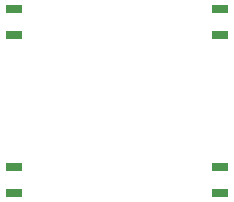
<source format=gtp>
G04*
G04 #@! TF.GenerationSoftware,Altium Limited,Altium Designer,22.1.2 (22)*
G04*
G04 Layer_Color=8421504*
%FSLAX25Y25*%
%MOIN*%
G70*
G04*
G04 #@! TF.SameCoordinates,A84A231E-1FB4-490D-AB1D-95A42E3D9FFD*
G04*
G04*
G04 #@! TF.FilePolarity,Positive*
G04*
G01*
G75*
%ADD10R,0.05709X0.02953*%
D10*
X209000Y167031D02*
D03*
Y175692D02*
D03*
X277500Y167031D02*
D03*
Y175692D02*
D03*
X209000Y219531D02*
D03*
Y228192D02*
D03*
X277500Y219531D02*
D03*
Y228192D02*
D03*
M02*

</source>
